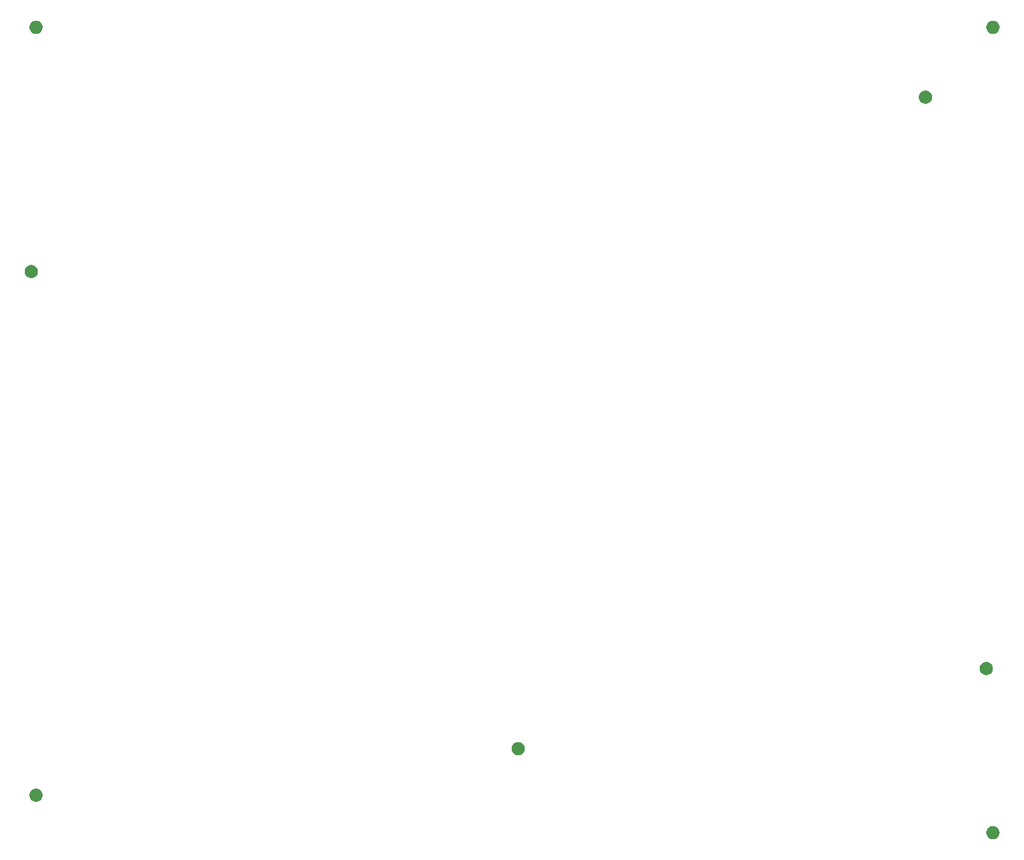
<source format=gbr>
G04 #@! TF.GenerationSoftware,KiCad,Pcbnew,(5.1.5-0-10_14)*
G04 #@! TF.CreationDate,2020-04-18T18:34:13+09:00*
G04 #@! TF.ProjectId,colice_pcb_left_keyplate,636f6c69-6365-45f7-9063-625f6c656674,rev?*
G04 #@! TF.SameCoordinates,Original*
G04 #@! TF.FileFunction,Soldermask,Top*
G04 #@! TF.FilePolarity,Negative*
%FSLAX46Y46*%
G04 Gerber Fmt 4.6, Leading zero omitted, Abs format (unit mm)*
G04 Created by KiCad (PCBNEW (5.1.5-0-10_14)) date 2020-04-18 18:34:13*
%MOMM*%
%LPD*%
G04 APERTURE LIST*
%ADD10C,0.100000*%
G04 APERTURE END LIST*
D10*
G36*
X187480721Y-155467631D02*
G01*
X187685639Y-155552511D01*
X187685641Y-155552512D01*
X187870063Y-155675739D01*
X188026901Y-155832577D01*
X188026902Y-155832579D01*
X188150129Y-156017001D01*
X188235009Y-156221919D01*
X188278280Y-156439457D01*
X188278280Y-156661263D01*
X188235009Y-156878801D01*
X188150129Y-157083719D01*
X188150128Y-157083721D01*
X188026901Y-157268143D01*
X187870063Y-157424981D01*
X187685641Y-157548208D01*
X187685640Y-157548209D01*
X187685639Y-157548209D01*
X187480721Y-157633089D01*
X187263183Y-157676360D01*
X187041377Y-157676360D01*
X186823839Y-157633089D01*
X186618921Y-157548209D01*
X186618920Y-157548209D01*
X186618919Y-157548208D01*
X186434497Y-157424981D01*
X186277659Y-157268143D01*
X186154432Y-157083721D01*
X186154431Y-157083719D01*
X186069551Y-156878801D01*
X186026280Y-156661263D01*
X186026280Y-156439457D01*
X186069551Y-156221919D01*
X186154431Y-156017001D01*
X186277658Y-155832579D01*
X186277659Y-155832577D01*
X186434497Y-155675739D01*
X186618919Y-155552512D01*
X186618921Y-155552511D01*
X186823839Y-155467631D01*
X187041377Y-155424360D01*
X187263183Y-155424360D01*
X187480721Y-155467631D01*
G37*
G36*
X24443201Y-149087151D02*
G01*
X24648119Y-149172031D01*
X24648121Y-149172032D01*
X24832543Y-149295259D01*
X24989381Y-149452097D01*
X24989382Y-149452099D01*
X25112609Y-149636521D01*
X25197489Y-149841439D01*
X25240760Y-150058977D01*
X25240760Y-150280783D01*
X25197489Y-150498321D01*
X25112609Y-150703239D01*
X25112608Y-150703241D01*
X24989381Y-150887663D01*
X24832543Y-151044501D01*
X24648121Y-151167728D01*
X24648120Y-151167729D01*
X24648119Y-151167729D01*
X24443201Y-151252609D01*
X24225663Y-151295880D01*
X24003857Y-151295880D01*
X23786319Y-151252609D01*
X23581401Y-151167729D01*
X23581400Y-151167729D01*
X23581399Y-151167728D01*
X23396977Y-151044501D01*
X23240139Y-150887663D01*
X23116912Y-150703241D01*
X23116911Y-150703239D01*
X23032031Y-150498321D01*
X22988760Y-150280783D01*
X22988760Y-150058977D01*
X23032031Y-149841439D01*
X23116911Y-149636521D01*
X23240138Y-149452099D01*
X23240139Y-149452097D01*
X23396977Y-149295259D01*
X23581399Y-149172032D01*
X23581401Y-149172031D01*
X23786319Y-149087151D01*
X24003857Y-149043880D01*
X24225663Y-149043880D01*
X24443201Y-149087151D01*
G37*
G36*
X106586801Y-141152191D02*
G01*
X106791719Y-141237071D01*
X106791721Y-141237072D01*
X106976143Y-141360299D01*
X107132981Y-141517137D01*
X107132982Y-141517139D01*
X107256209Y-141701561D01*
X107341089Y-141906479D01*
X107384360Y-142124017D01*
X107384360Y-142345823D01*
X107341089Y-142563361D01*
X107256209Y-142768279D01*
X107256208Y-142768281D01*
X107132981Y-142952703D01*
X106976143Y-143109541D01*
X106791721Y-143232768D01*
X106791720Y-143232769D01*
X106791719Y-143232769D01*
X106586801Y-143317649D01*
X106369263Y-143360920D01*
X106147457Y-143360920D01*
X105929919Y-143317649D01*
X105725001Y-143232769D01*
X105725000Y-143232769D01*
X105724999Y-143232768D01*
X105540577Y-143109541D01*
X105383739Y-142952703D01*
X105260512Y-142768281D01*
X105260511Y-142768279D01*
X105175631Y-142563361D01*
X105132360Y-142345823D01*
X105132360Y-142124017D01*
X105175631Y-141906479D01*
X105260511Y-141701561D01*
X105383738Y-141517139D01*
X105383739Y-141517137D01*
X105540577Y-141360299D01*
X105724999Y-141237072D01*
X105725001Y-141237071D01*
X105929919Y-141152191D01*
X106147457Y-141108920D01*
X106369263Y-141108920D01*
X106586801Y-141152191D01*
G37*
G36*
X186368201Y-127512391D02*
G01*
X186573119Y-127597271D01*
X186573121Y-127597272D01*
X186757543Y-127720499D01*
X186914381Y-127877337D01*
X186914382Y-127877339D01*
X187037609Y-128061761D01*
X187122489Y-128266679D01*
X187165760Y-128484217D01*
X187165760Y-128706023D01*
X187122489Y-128923561D01*
X187037609Y-129128479D01*
X187037608Y-129128481D01*
X186914381Y-129312903D01*
X186757543Y-129469741D01*
X186573121Y-129592968D01*
X186573120Y-129592969D01*
X186573119Y-129592969D01*
X186368201Y-129677849D01*
X186150663Y-129721120D01*
X185928857Y-129721120D01*
X185711319Y-129677849D01*
X185506401Y-129592969D01*
X185506400Y-129592969D01*
X185506399Y-129592968D01*
X185321977Y-129469741D01*
X185165139Y-129312903D01*
X185041912Y-129128481D01*
X185041911Y-129128479D01*
X184957031Y-128923561D01*
X184913760Y-128706023D01*
X184913760Y-128484217D01*
X184957031Y-128266679D01*
X185041911Y-128061761D01*
X185165138Y-127877339D01*
X185165139Y-127877337D01*
X185321977Y-127720499D01*
X185506399Y-127597272D01*
X185506401Y-127597271D01*
X185711319Y-127512391D01*
X185928857Y-127469120D01*
X186150663Y-127469120D01*
X186368201Y-127512391D01*
G37*
G36*
X23620241Y-59856951D02*
G01*
X23825159Y-59941831D01*
X23825161Y-59941832D01*
X24009583Y-60065059D01*
X24166421Y-60221897D01*
X24166422Y-60221899D01*
X24289649Y-60406321D01*
X24374529Y-60611239D01*
X24417800Y-60828777D01*
X24417800Y-61050583D01*
X24374529Y-61268121D01*
X24289649Y-61473039D01*
X24289648Y-61473041D01*
X24166421Y-61657463D01*
X24009583Y-61814301D01*
X23825161Y-61937528D01*
X23825160Y-61937529D01*
X23825159Y-61937529D01*
X23620241Y-62022409D01*
X23402703Y-62065680D01*
X23180897Y-62065680D01*
X22963359Y-62022409D01*
X22758441Y-61937529D01*
X22758440Y-61937529D01*
X22758439Y-61937528D01*
X22574017Y-61814301D01*
X22417179Y-61657463D01*
X22293952Y-61473041D01*
X22293951Y-61473039D01*
X22209071Y-61268121D01*
X22165800Y-61050583D01*
X22165800Y-60828777D01*
X22209071Y-60611239D01*
X22293951Y-60406321D01*
X22417178Y-60221899D01*
X22417179Y-60221897D01*
X22574017Y-60065059D01*
X22758439Y-59941832D01*
X22758441Y-59941831D01*
X22963359Y-59856951D01*
X23180897Y-59813680D01*
X23402703Y-59813680D01*
X23620241Y-59856951D01*
G37*
G36*
X176005001Y-30128791D02*
G01*
X176209919Y-30213671D01*
X176209921Y-30213672D01*
X176394343Y-30336899D01*
X176551181Y-30493737D01*
X176551182Y-30493739D01*
X176674409Y-30678161D01*
X176759289Y-30883079D01*
X176802560Y-31100617D01*
X176802560Y-31322423D01*
X176759289Y-31539961D01*
X176674409Y-31744879D01*
X176674408Y-31744881D01*
X176551181Y-31929303D01*
X176394343Y-32086141D01*
X176209921Y-32209368D01*
X176209920Y-32209369D01*
X176209919Y-32209369D01*
X176005001Y-32294249D01*
X175787463Y-32337520D01*
X175565657Y-32337520D01*
X175348119Y-32294249D01*
X175143201Y-32209369D01*
X175143200Y-32209369D01*
X175143199Y-32209368D01*
X174958777Y-32086141D01*
X174801939Y-31929303D01*
X174678712Y-31744881D01*
X174678711Y-31744879D01*
X174593831Y-31539961D01*
X174550560Y-31322423D01*
X174550560Y-31100617D01*
X174593831Y-30883079D01*
X174678711Y-30678161D01*
X174801938Y-30493739D01*
X174801939Y-30493737D01*
X174958777Y-30336899D01*
X175143199Y-30213672D01*
X175143201Y-30213671D01*
X175348119Y-30128791D01*
X175565657Y-30085520D01*
X175787463Y-30085520D01*
X176005001Y-30128791D01*
G37*
G36*
X187485801Y-18216191D02*
G01*
X187690719Y-18301071D01*
X187690721Y-18301072D01*
X187875143Y-18424299D01*
X188031981Y-18581137D01*
X188031982Y-18581139D01*
X188155209Y-18765561D01*
X188240089Y-18970479D01*
X188283360Y-19188017D01*
X188283360Y-19409823D01*
X188240089Y-19627361D01*
X188155209Y-19832279D01*
X188155208Y-19832281D01*
X188031981Y-20016703D01*
X187875143Y-20173541D01*
X187690721Y-20296768D01*
X187690720Y-20296769D01*
X187690719Y-20296769D01*
X187485801Y-20381649D01*
X187268263Y-20424920D01*
X187046457Y-20424920D01*
X186828919Y-20381649D01*
X186624001Y-20296769D01*
X186624000Y-20296769D01*
X186623999Y-20296768D01*
X186439577Y-20173541D01*
X186282739Y-20016703D01*
X186159512Y-19832281D01*
X186159511Y-19832279D01*
X186074631Y-19627361D01*
X186031360Y-19409823D01*
X186031360Y-19188017D01*
X186074631Y-18970479D01*
X186159511Y-18765561D01*
X186282738Y-18581139D01*
X186282739Y-18581137D01*
X186439577Y-18424299D01*
X186623999Y-18301072D01*
X186624001Y-18301071D01*
X186828919Y-18216191D01*
X187046457Y-18172920D01*
X187268263Y-18172920D01*
X187485801Y-18216191D01*
G37*
G36*
X24443201Y-18216191D02*
G01*
X24648119Y-18301071D01*
X24648121Y-18301072D01*
X24832543Y-18424299D01*
X24989381Y-18581137D01*
X24989382Y-18581139D01*
X25112609Y-18765561D01*
X25197489Y-18970479D01*
X25240760Y-19188017D01*
X25240760Y-19409823D01*
X25197489Y-19627361D01*
X25112609Y-19832279D01*
X25112608Y-19832281D01*
X24989381Y-20016703D01*
X24832543Y-20173541D01*
X24648121Y-20296768D01*
X24648120Y-20296769D01*
X24648119Y-20296769D01*
X24443201Y-20381649D01*
X24225663Y-20424920D01*
X24003857Y-20424920D01*
X23786319Y-20381649D01*
X23581401Y-20296769D01*
X23581400Y-20296769D01*
X23581399Y-20296768D01*
X23396977Y-20173541D01*
X23240139Y-20016703D01*
X23116912Y-19832281D01*
X23116911Y-19832279D01*
X23032031Y-19627361D01*
X22988760Y-19409823D01*
X22988760Y-19188017D01*
X23032031Y-18970479D01*
X23116911Y-18765561D01*
X23240138Y-18581139D01*
X23240139Y-18581137D01*
X23396977Y-18424299D01*
X23581399Y-18301072D01*
X23581401Y-18301071D01*
X23786319Y-18216191D01*
X24003857Y-18172920D01*
X24225663Y-18172920D01*
X24443201Y-18216191D01*
G37*
M02*

</source>
